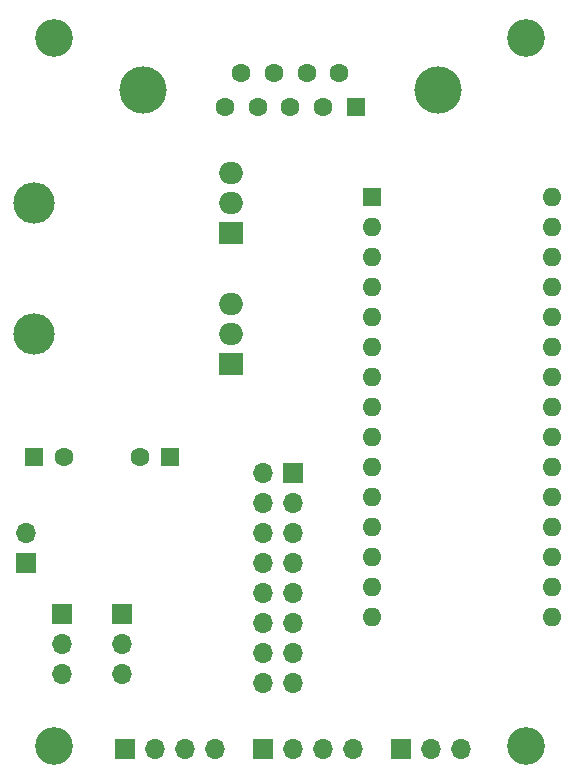
<source format=gbr>
%TF.GenerationSoftware,KiCad,Pcbnew,(6.0.9)*%
%TF.CreationDate,2023-05-08T16:49:11+02:00*%
%TF.ProjectId,onstepPiConnector,6f6e7374-6570-4506-9943-6f6e6e656374,rev?*%
%TF.SameCoordinates,Original*%
%TF.FileFunction,Soldermask,Bot*%
%TF.FilePolarity,Negative*%
%FSLAX46Y46*%
G04 Gerber Fmt 4.6, Leading zero omitted, Abs format (unit mm)*
G04 Created by KiCad (PCBNEW (6.0.9)) date 2023-05-08 16:49:11*
%MOMM*%
%LPD*%
G01*
G04 APERTURE LIST*
%ADD10R,1.700000X1.700000*%
%ADD11O,1.700000X1.700000*%
%ADD12O,3.500000X3.500000*%
%ADD13R,2.000000X1.905000*%
%ADD14O,2.000000X1.905000*%
%ADD15C,4.000000*%
%ADD16R,1.600000X1.600000*%
%ADD17C,1.600000*%
%ADD18O,1.600000X1.600000*%
%ADD19C,3.200000*%
G04 APERTURE END LIST*
D10*
%TO.C,J2*%
X60198000Y-71882000D03*
D11*
X57658000Y-71882000D03*
X60198000Y-74422000D03*
X57658000Y-74422000D03*
X60198000Y-76962000D03*
X57658000Y-76962000D03*
X60198000Y-79502000D03*
X57658000Y-79502000D03*
X60198000Y-82042000D03*
X57658000Y-82042000D03*
X60198000Y-84582000D03*
X57658000Y-84582000D03*
X60198000Y-87122000D03*
X57658000Y-87122000D03*
X60198000Y-89662000D03*
X57658000Y-89662000D03*
%TD*%
D12*
%TO.C,U1*%
X38340000Y-60040000D03*
D13*
X55000000Y-62580000D03*
D14*
X55000000Y-60040000D03*
X55000000Y-57500000D03*
%TD*%
D12*
%TO.C,Q1*%
X38340000Y-48960000D03*
D13*
X55000000Y-51500000D03*
D14*
X55000000Y-48960000D03*
X55000000Y-46420000D03*
%TD*%
D10*
%TO.C,VCC PEC*%
X45720000Y-83820000D03*
D11*
X45720000Y-86360000D03*
X45720000Y-88900000D03*
%TD*%
D10*
%TO.C,VCC I2C*%
X40640000Y-83820000D03*
D11*
X40640000Y-86360000D03*
X40640000Y-88900000D03*
%TD*%
D10*
%TO.C,PEC*%
X69357000Y-95225000D03*
D11*
X71897000Y-95225000D03*
X74437000Y-95225000D03*
%TD*%
%TO.C,Motor*%
X53594000Y-95250000D03*
X51054000Y-95250000D03*
X48514000Y-95250000D03*
D10*
X45974000Y-95250000D03*
%TD*%
D11*
%TO.C,I2C*%
X65278000Y-95250000D03*
X62738000Y-95250000D03*
X60198000Y-95250000D03*
D10*
X57658000Y-95250000D03*
%TD*%
%TO.C,Power*%
X37592000Y-79502000D03*
D11*
X37592000Y-76962000D03*
%TD*%
D15*
%TO.C,J1*%
X47510000Y-39410331D03*
X72510000Y-39410331D03*
D16*
X65550000Y-40830331D03*
D17*
X62780000Y-40830331D03*
X60010000Y-40830331D03*
X57240000Y-40830331D03*
X54470000Y-40830331D03*
X64165000Y-37990331D03*
X61395000Y-37990331D03*
X58625000Y-37990331D03*
X55855000Y-37990331D03*
%TD*%
D16*
%TO.C,C2*%
X38347349Y-70500000D03*
D17*
X40847349Y-70500000D03*
%TD*%
D16*
%TO.C,C1*%
X49784000Y-70500000D03*
D17*
X47284000Y-70500000D03*
%TD*%
D16*
%TO.C,A1*%
X66890000Y-48450000D03*
D18*
X66890000Y-50990000D03*
X66890000Y-53530000D03*
X66890000Y-56070000D03*
X66890000Y-58610000D03*
X66890000Y-61150000D03*
X66890000Y-63690000D03*
X66890000Y-66230000D03*
X66890000Y-68770000D03*
X66890000Y-71310000D03*
X66890000Y-73850000D03*
X66890000Y-76390000D03*
X66890000Y-78930000D03*
X66890000Y-81470000D03*
X66890000Y-84010000D03*
X82130000Y-84010000D03*
X82130000Y-81470000D03*
X82130000Y-78930000D03*
X82130000Y-76390000D03*
X82130000Y-73850000D03*
X82130000Y-71310000D03*
X82130000Y-68770000D03*
X82130000Y-66230000D03*
X82130000Y-63690000D03*
X82130000Y-61150000D03*
X82130000Y-58610000D03*
X82130000Y-56070000D03*
X82130000Y-53530000D03*
X82130000Y-50990000D03*
X82130000Y-48450000D03*
%TD*%
D19*
%TO.C,REF\u002A\u002A*%
X40000000Y-95000000D03*
%TD*%
%TO.C,REF\u002A\u002A*%
X80000000Y-35000000D03*
%TD*%
%TO.C,REF\u002A\u002A*%
X40000000Y-35000000D03*
%TD*%
%TO.C,REF\u002A\u002A*%
X80000000Y-95000000D03*
%TD*%
M02*

</source>
